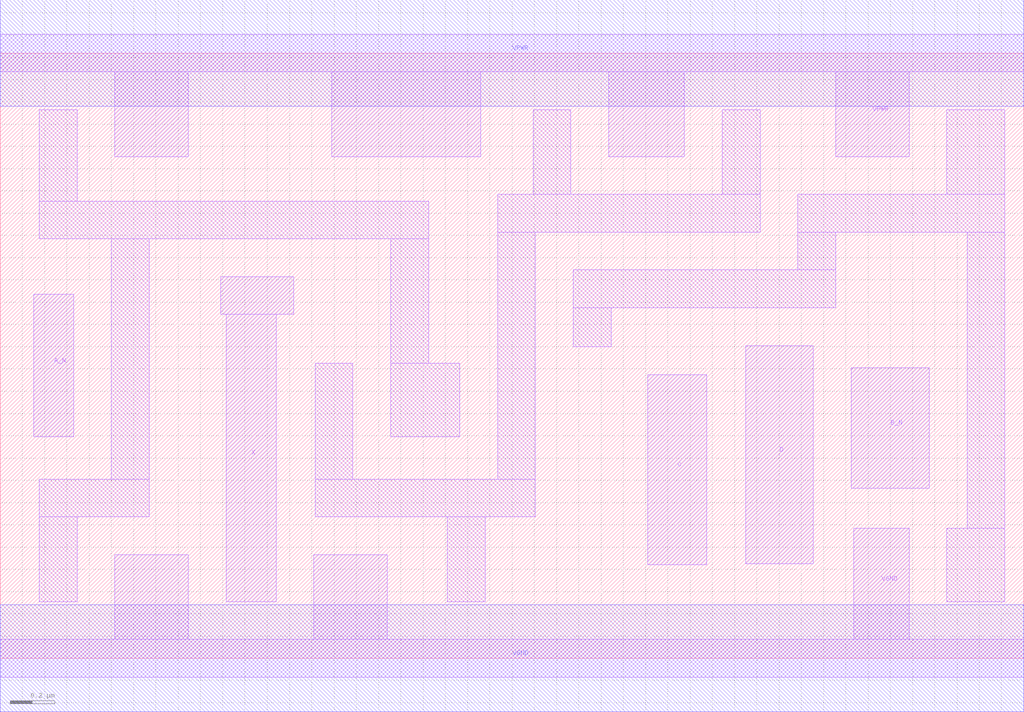
<source format=lef>
# Copyright 2020 The SkyWater PDK Authors
#
# Licensed under the Apache License, Version 2.0 (the "License");
# you may not use this file except in compliance with the License.
# You may obtain a copy of the License at
#
#     https://www.apache.org/licenses/LICENSE-2.0
#
# Unless required by applicable law or agreed to in writing, software
# distributed under the License is distributed on an "AS IS" BASIS,
# WITHOUT WARRANTIES OR CONDITIONS OF ANY KIND, either express or implied.
# See the License for the specific language governing permissions and
# limitations under the License.
#
# SPDX-License-Identifier: Apache-2.0

VERSION 5.5 ;
NAMESCASESENSITIVE ON ;
BUSBITCHARS "[]" ;
DIVIDERCHAR "/" ;
MACRO sky130_fd_sc_hd__and4bb_2
  CLASS CORE ;
  SOURCE USER ;
  ORIGIN  0.000000  0.000000 ;
  SIZE  4.600000 BY  2.720000 ;
  SYMMETRY X Y R90 ;
  SITE unithd ;
  PIN A_N
    ANTENNAGATEAREA  0.126000 ;
    DIRECTION INPUT ;
    USE SIGNAL ;
    PORT
      LAYER li1 ;
        RECT 0.150000 0.995000 0.330000 1.635000 ;
    END
  END A_N
  PIN B_N
    ANTENNAGATEAREA  0.126000 ;
    DIRECTION INPUT ;
    USE SIGNAL ;
    PORT
      LAYER li1 ;
        RECT 3.825000 0.765000 4.175000 1.305000 ;
    END
  END B_N
  PIN C
    ANTENNAGATEAREA  0.126000 ;
    DIRECTION INPUT ;
    USE SIGNAL ;
    PORT
      LAYER li1 ;
        RECT 2.910000 0.420000 3.175000 1.275000 ;
    END
  END C
  PIN D
    ANTENNAGATEAREA  0.126000 ;
    DIRECTION INPUT ;
    USE SIGNAL ;
    PORT
      LAYER li1 ;
        RECT 3.350000 0.425000 3.655000 1.405000 ;
    END
  END D
  PIN X
    ANTENNADIFFAREA  0.445500 ;
    DIRECTION OUTPUT ;
    USE SIGNAL ;
    PORT
      LAYER li1 ;
        RECT 0.990000 1.545000 1.320000 1.715000 ;
        RECT 1.015000 0.255000 1.240000 1.545000 ;
    END
  END X
  PIN VGND
    DIRECTION INOUT ;
    SHAPE ABUTMENT ;
    USE GROUND ;
    PORT
      LAYER li1 ;
        RECT 0.000000 -0.085000 4.600000 0.085000 ;
        RECT 0.515000  0.085000 0.845000 0.465000 ;
        RECT 1.410000  0.085000 1.740000 0.465000 ;
        RECT 3.835000  0.085000 4.085000 0.585000 ;
    END
    PORT
      LAYER met1 ;
        RECT 0.000000 -0.240000 4.600000 0.240000 ;
    END
  END VGND
  PIN VNB
    DIRECTION INOUT ;
    USE GROUND ;
    PORT
    END
  END VNB
  PIN VPB
    DIRECTION INOUT ;
    USE POWER ;
    PORT
    END
  END VPB
  PIN VPWR
    DIRECTION INOUT ;
    SHAPE ABUTMENT ;
    USE POWER ;
    PORT
      LAYER li1 ;
        RECT 0.000000 2.635000 4.600000 2.805000 ;
        RECT 0.515000 2.255000 0.845000 2.635000 ;
        RECT 1.490000 2.255000 2.160000 2.635000 ;
        RECT 2.735000 2.255000 3.075000 2.635000 ;
        RECT 3.755000 2.255000 4.085000 2.635000 ;
    END
    PORT
      LAYER met1 ;
        RECT 0.000000 2.480000 4.600000 2.960000 ;
    END
  END VPWR
  OBS
    LAYER li1 ;
      RECT 0.175000 0.255000 0.345000 0.635000 ;
      RECT 0.175000 0.635000 0.670000 0.805000 ;
      RECT 0.175000 1.885000 1.925000 2.055000 ;
      RECT 0.175000 2.055000 0.345000 2.465000 ;
      RECT 0.500000 0.805000 0.670000 1.885000 ;
      RECT 1.415000 0.635000 2.405000 0.805000 ;
      RECT 1.415000 0.805000 1.585000 1.325000 ;
      RECT 1.755000 0.995000 2.065000 1.325000 ;
      RECT 1.755000 1.325000 1.925000 1.885000 ;
      RECT 2.010000 0.255000 2.180000 0.635000 ;
      RECT 2.235000 0.805000 2.405000 1.915000 ;
      RECT 2.235000 1.915000 3.415000 2.085000 ;
      RECT 2.395000 2.085000 2.565000 2.465000 ;
      RECT 2.575000 1.400000 2.745000 1.575000 ;
      RECT 2.575000 1.575000 3.755000 1.745000 ;
      RECT 3.245000 2.085000 3.415000 2.465000 ;
      RECT 3.585000 1.745000 3.755000 1.915000 ;
      RECT 3.585000 1.915000 4.515000 2.085000 ;
      RECT 4.255000 0.255000 4.515000 0.585000 ;
      RECT 4.255000 2.085000 4.515000 2.465000 ;
      RECT 4.345000 0.585000 4.515000 1.915000 ;
  END
END sky130_fd_sc_hd__and4bb_2
END LIBRARY

</source>
